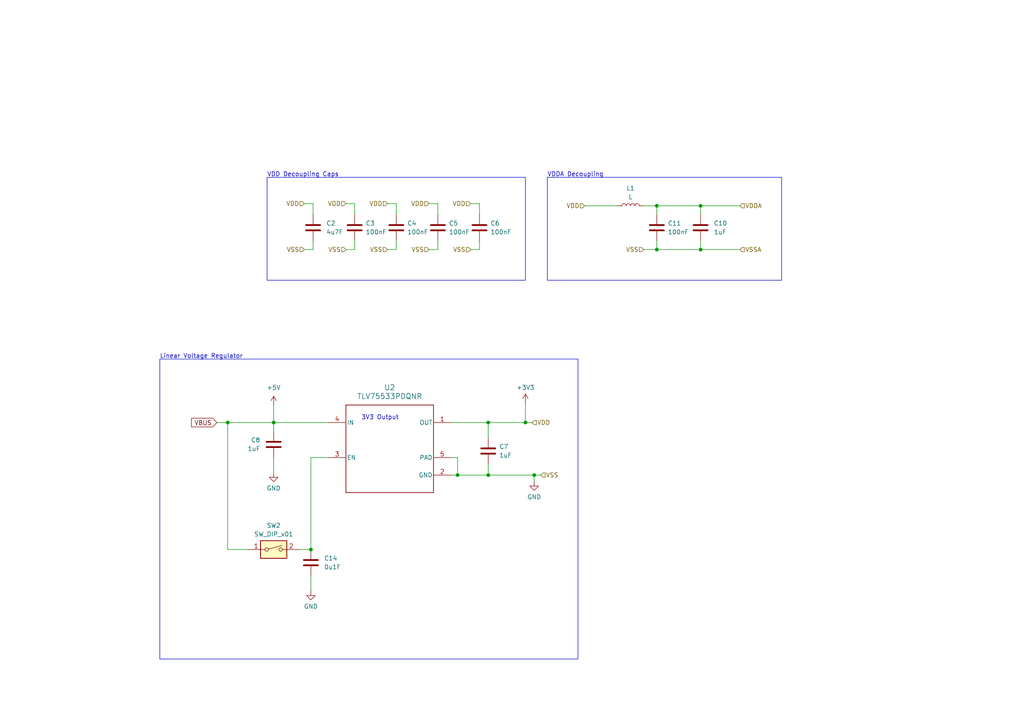
<source format=kicad_sch>
(kicad_sch (version 20230121) (generator eeschema)
  (paper "A4")
  (lib_symbols
    (symbol "Device:C" (pin_numbers hide) (pin_names (offset 0.254))
      (property "Reference" "C" (at 0.635 2.54 0))
      (property "Value" "C" (at 0.635 -2.54 0))
      (symbol "C_0_1"
        (polyline (pts (xy -2.032 -0.762) (xy 2.032 -0.762)) (stroke (width 0.508)))
        (polyline (pts (xy -2.032 0.762) (xy 2.032 0.762)) (stroke (width 0.508)))
      )
      (symbol "C_1_1"
        (pin passive line (at 0 3.81 270) (length 2.794) (name "~") (number "1"))
        (pin passive line (at 0 -3.81 90) (length 2.794) (name "~") (number "2"))
      )
    )
    (symbol "Device:L" (pin_numbers hide) (pin_names (offset 1.016) hide)
      (property "Reference" "L" (at -1.27 0 90))
      (property "Value" "L" (at 1.905 0 90))
      (symbol "L_0_1"
        (arc (start 0 -2.54) (mid 0.6323 -1.905) (end 0 -1.27))
        (arc (start 0 -1.27) (mid 0.6323 -0.635) (end 0 0))
        (arc (start 0 0) (mid 0.6323 0.635) (end 0 1.27))
        (arc (start 0 1.27) (mid 0.6323 1.905) (end 0 2.54))
      )
      (symbol "L_1_1"
        (pin passive line (at 0 3.81 270) (length 1.27) (name "1") (number "1"))
        (pin passive line (at 0 -3.81 90) (length 1.27) (name "2") (number "2"))
      )
    )
    (symbol "Switch:SW_DIP_x01" (pin_names (offset 0) hide)
      (property "Reference" "SW" (at 0 3.81 0))
      (property "Value" "SW_DIP_x01" (at 0 -3.81 0))
      (symbol "SW_DIP_x01_0_0"
        (circle (center -2.032 0) (radius 0.508))
        (polyline (pts (xy -1.524 0.127) (xy 2.3622 1.1684)))
        (circle (center 2.032 0) (radius 0.508))
      )
      (symbol "SW_DIP_x01_0_1"
        (rectangle (start -3.81 2.54) (end 3.81 -2.54) (stroke (width 0.254)) (fill (type background)))
      )
      (symbol "SW_DIP_x01_1_1"
        (pin passive line (at -7.62 0 0) (length 5.08) (name "~") (number "1"))
        (pin passive line (at 7.62 0 180) (length 5.08) (name "~") (number "2"))
      )
    )
    (symbol "local:TLV75533PDQNR" (pin_names (offset 0.254))
      (property "Reference" "U2" (at 0 17.78 0))
      (property "Value" "TLV75533PDQNR" (at 0 15.24 0))
      (symbol "TLV75533PDQNR_0_1"
        (polyline (pts (xy -12.7 -12.7) (xy 12.7 -12.7)) (stroke (width 0.2032)))
        (polyline (pts (xy -12.7 12.7) (xy -12.7 -12.7)) (stroke (width 0.2032)))
        (polyline (pts (xy 12.7 -12.7) (xy 12.7 12.7)) (stroke (width 0.2032)))
        (polyline (pts (xy 12.7 12.7) (xy -12.7 12.7)) (stroke (width 0.2032)))
        (pin power_in line (at 17.78 7.62 180) (length 5.08) (name "OUT") (number "1"))
        (pin power_in line (at 17.78 -7.62 180) (length 5.08) (name "GND") (number "2"))
        (pin input line (at -17.78 -2.54 0) (length 5.08) (name "EN") (number "3"))
        (pin power_in line (at -17.78 7.62 0) (length 5.08) (name "IN") (number "4"))
      )
      (symbol "TLV75533PDQNR_1_1"
        (pin passive line (at 17.78 -2.54 180) (length 5.08) (name "PAD") (number "5"))
      )
    )
    (symbol "power:+3V3" (power) (pin_names (offset 0))
      (property "Value" "+3V3" (at 0 3.556 0))
      (symbol "+3V3_0_1"
        (polyline (pts (xy -0.762 1.27) (xy 0 2.54)))
        (polyline (pts (xy 0 0) (xy 0 2.54)))
        (polyline (pts (xy 0 2.54) (xy 0.762 1.27)))
      )
      (symbol "+3V3_1_1"
        (pin power_in line (at 0 0 90) (length 0) hide (name "+3V3") (number "1"))
      )
    )
    (symbol "power:+5V" (power) (pin_names (offset 0))
      (property "Value" "+5V" (at 0 3.556 0))
      (symbol "+5V_0_1"
        (polyline (pts (xy -0.762 1.27) (xy 0 2.54)))
        (polyline (pts (xy 0 0) (xy 0 2.54)))
        (polyline (pts (xy 0 2.54) (xy 0.762 1.27)))
      )
      (symbol "+5V_1_1"
        (pin power_in line (at 0 0 90) (length 0) hide (name "+5V") (number "1"))
      )
    )
    (symbol "power:GND" (power) (pin_names (offset 0))
      (property "Value" "GND" (at 0 -3.81 0))
      (symbol "GND_0_1"
        (polyline (pts (xy 0 0) (xy 0 -1.27) (xy 1.27 -1.27) (xy 0 -2.54) (xy -1.27 -1.27) (xy 0 -1.27)))
      )
      (symbol "GND_1_1"
        (pin power_in line (at 0 0 270) (length 0) hide (name "GND") (number "1"))
      )
    )
  )
  (junction (at 152.4 122.555))
  (junction (at 190.5 59.69))
  (junction (at 141.605 137.795))
  (junction (at 79.375 122.555))
  (junction (at 66.04 122.555))
  (junction (at 190.5 72.39))
  (junction (at 90.17 159.385))
  (junction (at 132.715 137.795))
  (junction (at 203.2 59.69))
  (junction (at 154.94 137.795))
  (junction (at 141.605 122.555))
  (junction (at 203.2 72.39))
  (wire (pts (xy 130.81 137.795) (xy 132.715 137.795)))
  (wire (pts (xy 203.2 59.69) (xy 214.63 59.69)))
  (wire (pts (xy 132.715 132.715) (xy 132.715 137.795)))
  (wire (pts (xy 124.46 72.39) (xy 127 72.39)))
  (wire (pts (xy 79.375 122.555) (xy 95.25 122.555)))
  (wire (pts (xy 102.87 59.055) (xy 102.87 62.23)))
  (wire (pts (xy 66.04 122.555) (xy 79.375 122.555)))
  (wire (pts (xy 79.375 132.715) (xy 79.375 137.16)))
  (wire (pts (xy 124.46 59.055) (xy 127 59.055)))
  (wire (pts (xy 112.395 59.055) (xy 114.935 59.055)))
  (wire (pts (xy 139.065 59.055) (xy 139.065 62.23)))
  (wire (pts (xy 66.04 159.385) (xy 71.755 159.385)))
  (wire (pts (xy 114.935 59.055) (xy 114.935 62.23)))
  (wire (pts (xy 114.935 72.39) (xy 114.935 69.85)))
  (wire (pts (xy 127 72.39) (xy 127 69.85)))
  (wire (pts (xy 130.81 122.555) (xy 141.605 122.555)))
  (wire (pts (xy 132.715 137.795) (xy 141.605 137.795)))
  (wire (pts (xy 66.04 122.555) (xy 66.04 159.385)))
  (wire (pts (xy 136.525 59.055) (xy 139.065 59.055)))
  (wire (pts (xy 141.605 122.555) (xy 141.605 127)))
  (wire (pts (xy 130.81 132.715) (xy 132.715 132.715)))
  (wire (pts (xy 190.5 72.39) (xy 203.2 72.39)))
  (wire (pts (xy 86.995 159.385) (xy 90.17 159.385)))
  (wire (pts (xy 88.265 72.39) (xy 90.805 72.39)))
  (wire (pts (xy 79.375 117.475) (xy 79.375 122.555)))
  (wire (pts (xy 112.395 72.39) (xy 114.935 72.39)))
  (wire (pts (xy 203.2 72.39) (xy 203.2 69.85)))
  (wire (pts (xy 79.375 122.555) (xy 79.375 125.095)))
  (wire (pts (xy 214.63 72.39) (xy 203.2 72.39)))
  (wire (pts (xy 190.5 62.23) (xy 190.5 59.69)))
  (wire (pts (xy 203.2 59.69) (xy 203.2 62.23)))
  (wire (pts (xy 90.805 72.39) (xy 90.805 69.85)))
  (wire (pts (xy 156.845 137.795) (xy 154.94 137.795)))
  (wire (pts (xy 90.805 59.055) (xy 90.805 62.23)))
  (wire (pts (xy 90.17 167.005) (xy 90.17 171.45)))
  (wire (pts (xy 100.33 59.055) (xy 102.87 59.055)))
  (wire (pts (xy 136.525 72.39) (xy 139.065 72.39)))
  (wire (pts (xy 190.5 59.69) (xy 203.2 59.69)))
  (wire (pts (xy 127 59.055) (xy 127 62.23)))
  (wire (pts (xy 141.605 122.555) (xy 152.4 122.555)))
  (wire (pts (xy 154.94 137.795) (xy 154.94 139.7)))
  (wire (pts (xy 90.17 132.715) (xy 95.25 132.715)))
  (wire (pts (xy 141.605 134.62) (xy 141.605 137.795)))
  (wire (pts (xy 100.33 72.39) (xy 102.87 72.39)))
  (wire (pts (xy 88.265 59.055) (xy 90.805 59.055)))
  (wire (pts (xy 102.87 72.39) (xy 102.87 69.85)))
  (wire (pts (xy 190.5 69.85) (xy 190.5 72.39)))
  (wire (pts (xy 62.865 122.555) (xy 66.04 122.555)))
  (wire (pts (xy 141.605 137.795) (xy 154.94 137.795)))
  (wire (pts (xy 186.69 59.69) (xy 190.5 59.69)))
  (wire (pts (xy 154.305 122.555) (xy 152.4 122.555)))
  (wire (pts (xy 90.17 159.385) (xy 90.17 132.715)))
  (wire (pts (xy 139.065 72.39) (xy 139.065 69.85)))
  (wire (pts (xy 152.4 116.84) (xy 152.4 122.555)))
  (wire (pts (xy 169.545 59.69) (xy 179.07 59.69)))
  (wire (pts (xy 186.69 72.39) (xy 190.5 72.39)))
  (rectangle (start 46.355 104.14) (end 167.64 191.135))
  (rectangle (start 158.75 51.435) (end 226.695 81.28))
  (rectangle (start 77.47 51.435) (end 152.4 81.28))
  (text "Linear Voltage Regulator" (at 46.355 104.14 0) (effects (font (size 1.27 1.27)) (justify left bottom)))
  (text "VDD Decoupling Caps" (at 77.47 51.435 0) (effects (font (size 1.27 1.27)) (justify left bottom)))
  (text "3V3 Output" (at 104.775 121.92 0) (effects (font (size 1.27 1.27)) (justify left bottom)))
  (text "VDDA Decoupling" (at 158.75 51.435 0) (effects (font (size 1.27 1.27)) (justify left bottom)))
  (global_label "VBUS" (shape input) (at 62.865 122.555 180) (property "Intersheetrefs" "${INTERSHEET_REFS}" (effects hide)))
  (hierarchical_label "VDD" (shape input) (at 88.265 59.055 180))
  (hierarchical_label "VDD" (shape input) (at 169.545 59.69 180))
  (hierarchical_label "VSS" (shape input) (at 186.69 72.39 180))
  (hierarchical_label "VDDA" (shape input) (at 214.63 59.69 0))
  (hierarchical_label "VSS" (shape input) (at 124.46 72.39 180))
  (hierarchical_label "VSS" (shape input) (at 112.395 72.39 180))
  (hierarchical_label "VSS" (shape input) (at 100.33 72.39 180))
  (hierarchical_label "VSS" (shape input) (at 88.265 72.39 180))
  (hierarchical_label "VDD" (shape input) (at 124.46 59.055 180))
  (hierarchical_label "VDD" (shape input) (at 154.305 122.555 0))
  (hierarchical_label "VDD" (shape input) (at 136.525 59.055 180))
  (hierarchical_label "VDD" (shape input) (at 100.33 59.055 180))
  (hierarchical_label "VSS" (shape input) (at 136.525 72.39 180))
  (hierarchical_label "VSSA" (shape input) (at 214.63 72.39 0))
  (hierarchical_label "VDD" (shape input) (at 112.395 59.055 180))
  (hierarchical_label "VSS" (shape input) (at 156.845 137.795 0))
  (symbol (lib_id "Device:C") (at 127 66.04 0) (unit 1)
    (property "Reference" "C5" (at 130.175 64.77 0) (effects (justify left)))
    (property "Value" "100nF" (at 130.175 67.31 0) (effects (justify left)))
    (property "Footprint" "Capacitor_SMD:C_0805_2012Metric" (effects hide))
  )
  (symbol (lib_id "Device:C") (at 114.935 66.04 0) (unit 1)
    (property "Reference" "C4" (at 118.11 64.77 0) (effects (justify left)))
    (property "Value" "100nF" (at 118.11 67.31 0) (effects (justify left)))
    (property "Footprint" "Capacitor_SMD:C_0805_2012Metric" (effects hide))
  )
  (symbol (lib_id "Device:C") (at 79.375 128.905 0) (mirror x) (unit 1)
    (property "Reference" "C8" (at 75.4816 127.635 0) (effects (justify right)))
    (property "Value" "1uF" (at 75.4816 130.175 0) (effects (justify right)))
    (property "Footprint" "Capacitor_SMD:C_0805_2012Metric" (effects hide))
  )
  (symbol (lib_id "Device:C") (at 190.5 66.04 0) (unit 1)
    (property "Reference" "C11" (at 193.675 64.77 0) (effects (justify left)))
    (property "Value" "100nF" (at 193.675 67.31 0) (effects (justify left)))
    (property "Footprint" "Capacitor_SMD:C_0805_2012Metric" (effects hide))
  )
  (symbol (lib_id "power:GND") (at 90.17 171.45 0) (mirror y) (unit 1)
    (property "Reference" "#PWR05" (effects hide))
    (property "Value" "GND" (at 90.17 175.895 0))
  )
  (symbol (lib_id "Device:C") (at 139.065 66.04 0) (unit 1)
    (property "Reference" "C6" (at 142.24 64.77 0) (effects (justify left)))
    (property "Value" "100nF" (at 142.24 67.31 0) (effects (justify left)))
    (property "Footprint" "Capacitor_SMD:C_0805_2012Metric" (effects hide))
  )
  (symbol (lib_id "Switch:SW_DIP_x01") (at 79.375 159.385 0) (unit 1)
    (property "Reference" "SW2" (at 79.375 152.4 0))
    (property "Value" "SW_DIP_x01" (at 79.375 154.94 0))
    (property "Footprint" "Button_Switch_SMD:SW_DIP_SPSTx01_Slide_6.7x4.1mm_W6.73mm_P2.54mm_LowProfile_JPin" (effects hide))
  )
  (symbol (lib_id "power:+5V") (at 79.375 117.475 0) (unit 1)
    (property "Reference" "#PWR03" (effects hide))
    (property "Value" "+5V" (at 79.375 112.395 0))
  )
  (symbol (lib_id "power:GND") (at 79.375 137.16 0) (mirror y) (unit 1)
    (property "Reference" "#PWR04" (effects hide))
    (property "Value" "GND" (at 79.375 141.605 0))
  )
  (symbol (lib_id "Device:C") (at 203.2 66.04 0) (unit 1)
    (property "Reference" "C10" (at 207.01 64.77 0) (effects (justify left)))
    (property "Value" "1uF" (at 207.01 67.31 0) (effects (justify left)))
    (property "Footprint" "Capacitor_SMD:C_0805_2012Metric" (effects hide))
  )
  (symbol (lib_id "local:TLV75533PDQNR") (at 113.03 130.175 0) (unit 1)
    (property "Reference" "U2" (at 113.03 112.395 0) (effects (font (size 1.524 1.524))))
    (property "Value" "TLV75533PDQNR" (at 113.03 114.935 0) (effects (font (size 1.524 1.524))))
    (property "Footprint" "local:DQN0004A" (effects hide))
    (property "Datasheet" "TLV75533PDQNR" (effects hide))
  )
  (symbol (lib_id "power:GND") (at 154.94 139.7 0) (mirror y) (unit 1)
    (property "Reference" "#PWR01" (effects hide))
    (property "Value" "GND" (at 154.94 144.145 0))
  )
  (symbol (lib_id "Device:C") (at 102.87 66.04 0) (unit 1)
    (property "Reference" "C3" (at 106.045 64.77 0) (effects (justify left)))
    (property "Value" "100nF" (at 106.045 67.31 0) (effects (justify left)))
    (property "Footprint" "Capacitor_SMD:C_0805_2012Metric" (effects hide))
  )
  (symbol (lib_id "power:+3V3") (at 152.4 116.84 0) (mirror y) (unit 1)
    (property "Reference" "#PWR02" (effects hide))
    (property "Value" "+3V3" (at 152.4 112.395 0))
  )
  (symbol (lib_id "Device:C") (at 141.605 130.81 0) (unit 1)
    (property "Reference" "C7" (at 144.78 129.54 0) (effects (justify left)))
    (property "Value" "1uF" (at 144.78 132.08 0) (effects (justify left)))
    (property "Footprint" "Capacitor_SMD:C_0805_2012Metric" (effects hide))
  )
  (symbol (lib_id "Device:L") (at 182.88 59.69 90) (unit 1)
    (property "Reference" "L1" (at 182.88 54.61 90))
    (property "Value" "L" (at 182.88 57.15 90))
    (property "Footprint" "Inductor_SMD:L_0805_2012Metric" (effects hide))
  )
  (symbol (lib_id "Device:C") (at 90.17 163.195 0) (unit 1)
    (property "Reference" "C14" (at 93.98 161.925 0) (effects (justify left)))
    (property "Value" "0u1F" (at 93.98 164.465 0) (effects (justify left)))
    (property "Footprint" "Capacitor_SMD:C_0805_2012Metric" (effects hide))
  )
  (symbol (lib_id "Device:C") (at 90.805 66.04 0) (unit 1)
    (property "Reference" "C2" (at 94.615 64.77 0) (effects (justify left)))
    (property "Value" "4u7F" (at 94.615 67.31 0) (effects (justify left)))
    (property "Footprint" "Capacitor_SMD:C_0805_2012Metric" (effects hide))
  )
)
</source>
